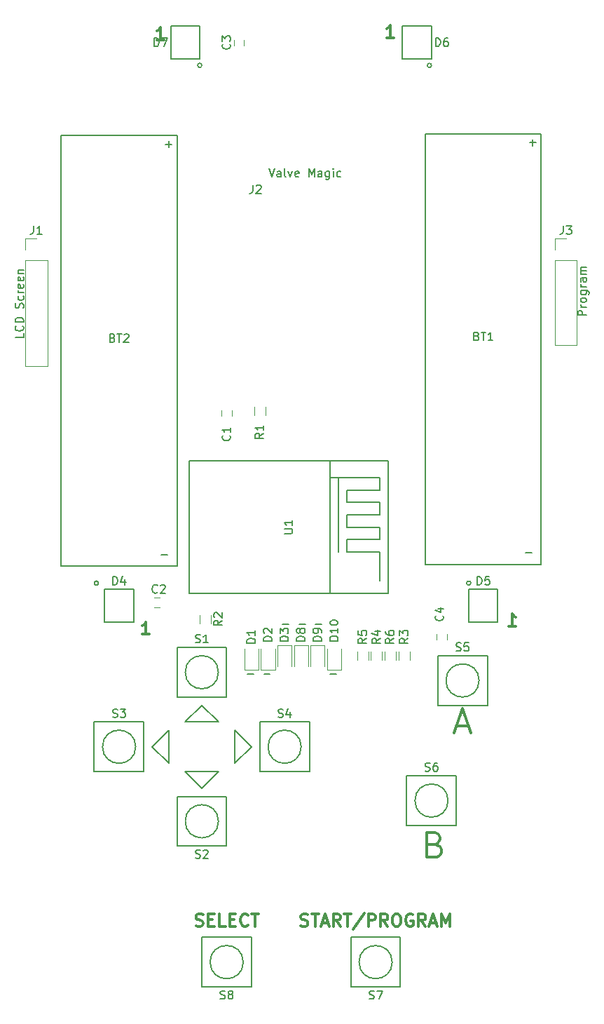
<source format=gto>
G04 #@! TF.GenerationSoftware,KiCad,Pcbnew,(2017-07-14 revision d3b382c28)-master*
G04 #@! TF.CreationDate,2017-07-21T01:22:26-04:00*
G04 #@! TF.ProjectId,MAGLabs-2017-Swadges,4D41474C6162732D323031372D537761,rev?*
G04 #@! TF.SameCoordinates,Original
G04 #@! TF.FileFunction,Legend,Top*
G04 #@! TF.FilePolarity,Positive*
%FSLAX46Y46*%
G04 Gerber Fmt 4.6, Leading zero omitted, Abs format (unit mm)*
G04 Created by KiCad (PCBNEW (2017-07-14 revision d3b382c28)-master) date Fri Jul 21 01:22:26 2017*
%MOMM*%
%LPD*%
G01*
G04 APERTURE LIST*
%ADD10C,0.200000*%
%ADD11C,0.300000*%
%ADD12C,0.150000*%
%ADD13C,0.120000*%
G04 APERTURE END LIST*
D10*
X170452380Y-70904761D02*
X169452380Y-70904761D01*
X169452380Y-70523809D01*
X169500000Y-70428571D01*
X169547619Y-70380952D01*
X169642857Y-70333333D01*
X169785714Y-70333333D01*
X169880952Y-70380952D01*
X169928571Y-70428571D01*
X169976190Y-70523809D01*
X169976190Y-70904761D01*
X170452380Y-69904761D02*
X169785714Y-69904761D01*
X169976190Y-69904761D02*
X169880952Y-69857142D01*
X169833333Y-69809523D01*
X169785714Y-69714285D01*
X169785714Y-69619047D01*
X170452380Y-69142857D02*
X170404761Y-69238095D01*
X170357142Y-69285714D01*
X170261904Y-69333333D01*
X169976190Y-69333333D01*
X169880952Y-69285714D01*
X169833333Y-69238095D01*
X169785714Y-69142857D01*
X169785714Y-69000000D01*
X169833333Y-68904761D01*
X169880952Y-68857142D01*
X169976190Y-68809523D01*
X170261904Y-68809523D01*
X170357142Y-68857142D01*
X170404761Y-68904761D01*
X170452380Y-69000000D01*
X170452380Y-69142857D01*
X169785714Y-67952380D02*
X170595238Y-67952380D01*
X170690476Y-68000000D01*
X170738095Y-68047619D01*
X170785714Y-68142857D01*
X170785714Y-68285714D01*
X170738095Y-68380952D01*
X170404761Y-67952380D02*
X170452380Y-68047619D01*
X170452380Y-68238095D01*
X170404761Y-68333333D01*
X170357142Y-68380952D01*
X170261904Y-68428571D01*
X169976190Y-68428571D01*
X169880952Y-68380952D01*
X169833333Y-68333333D01*
X169785714Y-68238095D01*
X169785714Y-68047619D01*
X169833333Y-67952380D01*
X170452380Y-67476190D02*
X169785714Y-67476190D01*
X169976190Y-67476190D02*
X169880952Y-67428571D01*
X169833333Y-67380952D01*
X169785714Y-67285714D01*
X169785714Y-67190476D01*
X170452380Y-66428571D02*
X169928571Y-66428571D01*
X169833333Y-66476190D01*
X169785714Y-66571428D01*
X169785714Y-66761904D01*
X169833333Y-66857142D01*
X170404761Y-66428571D02*
X170452380Y-66523809D01*
X170452380Y-66761904D01*
X170404761Y-66857142D01*
X170309523Y-66904761D01*
X170214285Y-66904761D01*
X170119047Y-66857142D01*
X170071428Y-66761904D01*
X170071428Y-66523809D01*
X170023809Y-66428571D01*
X170452380Y-65952380D02*
X169785714Y-65952380D01*
X169880952Y-65952380D02*
X169833333Y-65904761D01*
X169785714Y-65809523D01*
X169785714Y-65666666D01*
X169833333Y-65571428D01*
X169928571Y-65523809D01*
X170452380Y-65523809D01*
X169928571Y-65523809D02*
X169833333Y-65476190D01*
X169785714Y-65380952D01*
X169785714Y-65238095D01*
X169833333Y-65142857D01*
X169928571Y-65095238D01*
X170452380Y-65095238D01*
X102452380Y-73095238D02*
X102452380Y-73571428D01*
X101452380Y-73571428D01*
X102357142Y-72190476D02*
X102404761Y-72238095D01*
X102452380Y-72380952D01*
X102452380Y-72476190D01*
X102404761Y-72619047D01*
X102309523Y-72714285D01*
X102214285Y-72761904D01*
X102023809Y-72809523D01*
X101880952Y-72809523D01*
X101690476Y-72761904D01*
X101595238Y-72714285D01*
X101500000Y-72619047D01*
X101452380Y-72476190D01*
X101452380Y-72380952D01*
X101500000Y-72238095D01*
X101547619Y-72190476D01*
X102452380Y-71761904D02*
X101452380Y-71761904D01*
X101452380Y-71523809D01*
X101500000Y-71380952D01*
X101595238Y-71285714D01*
X101690476Y-71238095D01*
X101880952Y-71190476D01*
X102023809Y-71190476D01*
X102214285Y-71238095D01*
X102309523Y-71285714D01*
X102404761Y-71380952D01*
X102452380Y-71523809D01*
X102452380Y-71761904D01*
X102404761Y-70047619D02*
X102452380Y-69904761D01*
X102452380Y-69666666D01*
X102404761Y-69571428D01*
X102357142Y-69523809D01*
X102261904Y-69476190D01*
X102166666Y-69476190D01*
X102071428Y-69523809D01*
X102023809Y-69571428D01*
X101976190Y-69666666D01*
X101928571Y-69857142D01*
X101880952Y-69952380D01*
X101833333Y-70000000D01*
X101738095Y-70047619D01*
X101642857Y-70047619D01*
X101547619Y-70000000D01*
X101500000Y-69952380D01*
X101452380Y-69857142D01*
X101452380Y-69619047D01*
X101500000Y-69476190D01*
X102404761Y-68619047D02*
X102452380Y-68714285D01*
X102452380Y-68904761D01*
X102404761Y-69000000D01*
X102357142Y-69047619D01*
X102261904Y-69095238D01*
X101976190Y-69095238D01*
X101880952Y-69047619D01*
X101833333Y-69000000D01*
X101785714Y-68904761D01*
X101785714Y-68714285D01*
X101833333Y-68619047D01*
X102452380Y-68190476D02*
X101785714Y-68190476D01*
X101976190Y-68190476D02*
X101880952Y-68142857D01*
X101833333Y-68095238D01*
X101785714Y-68000000D01*
X101785714Y-67904761D01*
X102404761Y-67190476D02*
X102452380Y-67285714D01*
X102452380Y-67476190D01*
X102404761Y-67571428D01*
X102309523Y-67619047D01*
X101928571Y-67619047D01*
X101833333Y-67571428D01*
X101785714Y-67476190D01*
X101785714Y-67285714D01*
X101833333Y-67190476D01*
X101928571Y-67142857D01*
X102023809Y-67142857D01*
X102119047Y-67619047D01*
X102404761Y-66333333D02*
X102452380Y-66428571D01*
X102452380Y-66619047D01*
X102404761Y-66714285D01*
X102309523Y-66761904D01*
X101928571Y-66761904D01*
X101833333Y-66714285D01*
X101785714Y-66619047D01*
X101785714Y-66428571D01*
X101833333Y-66333333D01*
X101928571Y-66285714D01*
X102023809Y-66285714D01*
X102119047Y-66761904D01*
X101785714Y-65857142D02*
X102452380Y-65857142D01*
X101880952Y-65857142D02*
X101833333Y-65809523D01*
X101785714Y-65714285D01*
X101785714Y-65571428D01*
X101833333Y-65476190D01*
X101928571Y-65428571D01*
X102452380Y-65428571D01*
D11*
X154785714Y-120500000D02*
X156214285Y-120500000D01*
X154500000Y-121357142D02*
X155500000Y-118357142D01*
X156500000Y-121357142D01*
X152214285Y-134785714D02*
X152642857Y-134928571D01*
X152785714Y-135071428D01*
X152928571Y-135357142D01*
X152928571Y-135785714D01*
X152785714Y-136071428D01*
X152642857Y-136214285D01*
X152357142Y-136357142D01*
X151214285Y-136357142D01*
X151214285Y-133357142D01*
X152214285Y-133357142D01*
X152500000Y-133500000D01*
X152642857Y-133642857D01*
X152785714Y-133928571D01*
X152785714Y-134214285D01*
X152642857Y-134500000D01*
X152500000Y-134642857D01*
X152214285Y-134785714D01*
X151214285Y-134785714D01*
X135964285Y-144607142D02*
X136178571Y-144678571D01*
X136535714Y-144678571D01*
X136678571Y-144607142D01*
X136750000Y-144535714D01*
X136821428Y-144392857D01*
X136821428Y-144250000D01*
X136750000Y-144107142D01*
X136678571Y-144035714D01*
X136535714Y-143964285D01*
X136250000Y-143892857D01*
X136107142Y-143821428D01*
X136035714Y-143750000D01*
X135964285Y-143607142D01*
X135964285Y-143464285D01*
X136035714Y-143321428D01*
X136107142Y-143250000D01*
X136250000Y-143178571D01*
X136607142Y-143178571D01*
X136821428Y-143250000D01*
X137250000Y-143178571D02*
X138107142Y-143178571D01*
X137678571Y-144678571D02*
X137678571Y-143178571D01*
X138535714Y-144250000D02*
X139250000Y-144250000D01*
X138392857Y-144678571D02*
X138892857Y-143178571D01*
X139392857Y-144678571D01*
X140750000Y-144678571D02*
X140250000Y-143964285D01*
X139892857Y-144678571D02*
X139892857Y-143178571D01*
X140464285Y-143178571D01*
X140607142Y-143250000D01*
X140678571Y-143321428D01*
X140750000Y-143464285D01*
X140750000Y-143678571D01*
X140678571Y-143821428D01*
X140607142Y-143892857D01*
X140464285Y-143964285D01*
X139892857Y-143964285D01*
X141178571Y-143178571D02*
X142035714Y-143178571D01*
X141607142Y-144678571D02*
X141607142Y-143178571D01*
X143607142Y-143107142D02*
X142321428Y-145035714D01*
X144107142Y-144678571D02*
X144107142Y-143178571D01*
X144678571Y-143178571D01*
X144821428Y-143250000D01*
X144892857Y-143321428D01*
X144964285Y-143464285D01*
X144964285Y-143678571D01*
X144892857Y-143821428D01*
X144821428Y-143892857D01*
X144678571Y-143964285D01*
X144107142Y-143964285D01*
X146464285Y-144678571D02*
X145964285Y-143964285D01*
X145607142Y-144678571D02*
X145607142Y-143178571D01*
X146178571Y-143178571D01*
X146321428Y-143250000D01*
X146392857Y-143321428D01*
X146464285Y-143464285D01*
X146464285Y-143678571D01*
X146392857Y-143821428D01*
X146321428Y-143892857D01*
X146178571Y-143964285D01*
X145607142Y-143964285D01*
X147392857Y-143178571D02*
X147678571Y-143178571D01*
X147821428Y-143250000D01*
X147964285Y-143392857D01*
X148035714Y-143678571D01*
X148035714Y-144178571D01*
X147964285Y-144464285D01*
X147821428Y-144607142D01*
X147678571Y-144678571D01*
X147392857Y-144678571D01*
X147250000Y-144607142D01*
X147107142Y-144464285D01*
X147035714Y-144178571D01*
X147035714Y-143678571D01*
X147107142Y-143392857D01*
X147250000Y-143250000D01*
X147392857Y-143178571D01*
X149464285Y-143250000D02*
X149321428Y-143178571D01*
X149107142Y-143178571D01*
X148892857Y-143250000D01*
X148750000Y-143392857D01*
X148678571Y-143535714D01*
X148607142Y-143821428D01*
X148607142Y-144035714D01*
X148678571Y-144321428D01*
X148750000Y-144464285D01*
X148892857Y-144607142D01*
X149107142Y-144678571D01*
X149250000Y-144678571D01*
X149464285Y-144607142D01*
X149535714Y-144535714D01*
X149535714Y-144035714D01*
X149250000Y-144035714D01*
X151035714Y-144678571D02*
X150535714Y-143964285D01*
X150178571Y-144678571D02*
X150178571Y-143178571D01*
X150750000Y-143178571D01*
X150892857Y-143250000D01*
X150964285Y-143321428D01*
X151035714Y-143464285D01*
X151035714Y-143678571D01*
X150964285Y-143821428D01*
X150892857Y-143892857D01*
X150750000Y-143964285D01*
X150178571Y-143964285D01*
X151607142Y-144250000D02*
X152321428Y-144250000D01*
X151464285Y-144678571D02*
X151964285Y-143178571D01*
X152464285Y-144678571D01*
X152964285Y-144678571D02*
X152964285Y-143178571D01*
X153464285Y-144250000D01*
X153964285Y-143178571D01*
X153964285Y-144678571D01*
X123285714Y-144607142D02*
X123500000Y-144678571D01*
X123857142Y-144678571D01*
X124000000Y-144607142D01*
X124071428Y-144535714D01*
X124142857Y-144392857D01*
X124142857Y-144250000D01*
X124071428Y-144107142D01*
X124000000Y-144035714D01*
X123857142Y-143964285D01*
X123571428Y-143892857D01*
X123428571Y-143821428D01*
X123357142Y-143750000D01*
X123285714Y-143607142D01*
X123285714Y-143464285D01*
X123357142Y-143321428D01*
X123428571Y-143250000D01*
X123571428Y-143178571D01*
X123928571Y-143178571D01*
X124142857Y-143250000D01*
X124785714Y-143892857D02*
X125285714Y-143892857D01*
X125500000Y-144678571D02*
X124785714Y-144678571D01*
X124785714Y-143178571D01*
X125500000Y-143178571D01*
X126857142Y-144678571D02*
X126142857Y-144678571D01*
X126142857Y-143178571D01*
X127357142Y-143892857D02*
X127857142Y-143892857D01*
X128071428Y-144678571D02*
X127357142Y-144678571D01*
X127357142Y-143178571D01*
X128071428Y-143178571D01*
X129571428Y-144535714D02*
X129500000Y-144607142D01*
X129285714Y-144678571D01*
X129142857Y-144678571D01*
X128928571Y-144607142D01*
X128785714Y-144464285D01*
X128714285Y-144321428D01*
X128642857Y-144035714D01*
X128642857Y-143821428D01*
X128714285Y-143535714D01*
X128785714Y-143392857D01*
X128928571Y-143250000D01*
X129142857Y-143178571D01*
X129285714Y-143178571D01*
X129500000Y-143250000D01*
X129571428Y-143321428D01*
X130000000Y-143178571D02*
X130857142Y-143178571D01*
X130428571Y-144678571D02*
X130428571Y-143178571D01*
D10*
X120000000Y-125000000D02*
X118000000Y-123000000D01*
X120000000Y-124000000D02*
X120000000Y-125000000D01*
X120000000Y-121000000D02*
X120000000Y-124000000D01*
X118000000Y-123000000D02*
X120000000Y-121000000D01*
X126000000Y-126000000D02*
X124000000Y-128000000D01*
X122000000Y-126000000D02*
X126000000Y-126000000D01*
X124000000Y-128000000D02*
X122000000Y-126000000D01*
X128000000Y-125000000D02*
X130000000Y-123000000D01*
X128000000Y-121000000D02*
X128000000Y-125000000D01*
X130000000Y-123000000D02*
X128000000Y-121000000D01*
X126000000Y-120000000D02*
X124000000Y-118000000D01*
X122000000Y-120000000D02*
X126000000Y-120000000D01*
X124000000Y-118000000D02*
X122000000Y-120000000D01*
D11*
X147178571Y-37428571D02*
X146321428Y-37428571D01*
X146750000Y-37428571D02*
X146750000Y-35928571D01*
X146607142Y-36142857D01*
X146464285Y-36285714D01*
X146321428Y-36357142D01*
X119428571Y-37678571D02*
X118571428Y-37678571D01*
X119000000Y-37678571D02*
X119000000Y-36178571D01*
X118857142Y-36392857D01*
X118714285Y-36535714D01*
X118571428Y-36607142D01*
X117678571Y-109428571D02*
X116821428Y-109428571D01*
X117250000Y-109428571D02*
X117250000Y-107928571D01*
X117107142Y-108142857D01*
X116964285Y-108285714D01*
X116821428Y-108357142D01*
X161071428Y-108428571D02*
X161928571Y-108428571D01*
X161500000Y-108428571D02*
X161500000Y-106928571D01*
X161642857Y-107142857D01*
X161785714Y-107285714D01*
X161928571Y-107357142D01*
D10*
X139500000Y-114250000D02*
X140250000Y-114250000D01*
X137750000Y-108250000D02*
X138500000Y-108250000D01*
X135750000Y-108250000D02*
X136500000Y-108250000D01*
X133750000Y-108250000D02*
X134500000Y-108250000D01*
X131500000Y-114250000D02*
X132250000Y-114250000D01*
X129500000Y-114250000D02*
X130250000Y-114250000D01*
X151750000Y-40750000D02*
G75*
G03X151750000Y-40750000I-250000J0D01*
G01*
X124000000Y-40750000D02*
G75*
G03X124000000Y-40750000I-250000J0D01*
G01*
X156500000Y-103250000D02*
G75*
G03X156500000Y-103250000I-250000J0D01*
G01*
X111500000Y-103250000D02*
G75*
G03X111500000Y-103250000I-250000J0D01*
G01*
D12*
X115750000Y-108000000D02*
X112250000Y-108000000D01*
X112250000Y-108000000D02*
X112250000Y-104000000D01*
X112250000Y-104000000D02*
X115750000Y-104000000D01*
X115750000Y-104000000D02*
X115750000Y-108000000D01*
X146500000Y-104500000D02*
X146500000Y-88500000D01*
X122500000Y-104500000D02*
X146500000Y-104500000D01*
X122500000Y-88500000D02*
X122500000Y-104500000D01*
X146500000Y-88500000D02*
X122500000Y-88500000D01*
X139500000Y-88500000D02*
X139500000Y-104500000D01*
X139500000Y-90500000D02*
X145500000Y-90500000D01*
X141500000Y-99500000D02*
X145500000Y-99500000D01*
X141500000Y-98000000D02*
X141500000Y-99500000D01*
X145500000Y-98000000D02*
X141500000Y-98000000D01*
X145500000Y-96500000D02*
X145500000Y-98000000D01*
X141500000Y-96500000D02*
X145500000Y-96500000D01*
X141500000Y-95000000D02*
X141500000Y-96500000D01*
X145500000Y-95000000D02*
X141500000Y-95000000D01*
X145500000Y-93500000D02*
X145500000Y-95000000D01*
X141500000Y-93500000D02*
X145500000Y-93500000D01*
X141500000Y-92000000D02*
X141500000Y-93500000D01*
X145500000Y-92000000D02*
X141500000Y-92000000D01*
X145500000Y-90500000D02*
X145500000Y-92000000D01*
X140500000Y-90500000D02*
X140500000Y-99500000D01*
X145500000Y-99500000D02*
X145500000Y-103000000D01*
D13*
X102670000Y-61670000D02*
X104000000Y-61670000D01*
X102670000Y-63000000D02*
X102670000Y-61670000D01*
X102670000Y-64270000D02*
X105330000Y-64270000D01*
X105330000Y-64270000D02*
X105330000Y-77030000D01*
X102670000Y-64270000D02*
X102670000Y-77030000D01*
X102670000Y-77030000D02*
X105330000Y-77030000D01*
D12*
X153750000Y-129500000D02*
G75*
G03X153750000Y-129500000I-2000000J0D01*
G01*
X148750000Y-132500000D02*
X148750000Y-126500000D01*
X148750000Y-126500000D02*
X154750000Y-126500000D01*
X154750000Y-126500000D02*
X154750000Y-132500000D01*
X154750000Y-132500000D02*
X148750000Y-132500000D01*
X157500000Y-115000000D02*
G75*
G03X157500000Y-115000000I-2000000J0D01*
G01*
X152500000Y-118000000D02*
X152500000Y-112000000D01*
X152500000Y-112000000D02*
X158500000Y-112000000D01*
X158500000Y-112000000D02*
X158500000Y-118000000D01*
X158500000Y-118000000D02*
X152500000Y-118000000D01*
X147000000Y-149000000D02*
G75*
G03X147000000Y-149000000I-2000000J0D01*
G01*
X142000000Y-152000000D02*
X142000000Y-146000000D01*
X142000000Y-146000000D02*
X148000000Y-146000000D01*
X148000000Y-146000000D02*
X148000000Y-152000000D01*
X148000000Y-152000000D02*
X142000000Y-152000000D01*
X129000000Y-149000000D02*
G75*
G03X129000000Y-149000000I-2000000J0D01*
G01*
X124000000Y-152000000D02*
X124000000Y-146000000D01*
X124000000Y-146000000D02*
X130000000Y-146000000D01*
X130000000Y-146000000D02*
X130000000Y-152000000D01*
X130000000Y-152000000D02*
X124000000Y-152000000D01*
X136000000Y-123000000D02*
G75*
G03X136000000Y-123000000I-2000000J0D01*
G01*
X131000000Y-126000000D02*
X131000000Y-120000000D01*
X131000000Y-120000000D02*
X137000000Y-120000000D01*
X137000000Y-120000000D02*
X137000000Y-126000000D01*
X137000000Y-126000000D02*
X131000000Y-126000000D01*
X126000000Y-132000000D02*
G75*
G03X126000000Y-132000000I-2000000J0D01*
G01*
X121000000Y-135000000D02*
X121000000Y-129000000D01*
X121000000Y-129000000D02*
X127000000Y-129000000D01*
X127000000Y-129000000D02*
X127000000Y-135000000D01*
X127000000Y-135000000D02*
X121000000Y-135000000D01*
X116000000Y-123000000D02*
G75*
G03X116000000Y-123000000I-2000000J0D01*
G01*
X111000000Y-126000000D02*
X111000000Y-120000000D01*
X111000000Y-120000000D02*
X117000000Y-120000000D01*
X117000000Y-120000000D02*
X117000000Y-126000000D01*
X117000000Y-126000000D02*
X111000000Y-126000000D01*
X126000000Y-114000000D02*
G75*
G03X126000000Y-114000000I-2000000J0D01*
G01*
X121000000Y-117000000D02*
X121000000Y-111000000D01*
X121000000Y-111000000D02*
X127000000Y-111000000D01*
X127000000Y-111000000D02*
X127000000Y-117000000D01*
X127000000Y-117000000D02*
X121000000Y-117000000D01*
D13*
X146070000Y-112500000D02*
X146070000Y-111500000D01*
X147430000Y-111500000D02*
X147430000Y-112500000D01*
X145780000Y-111500000D02*
X145780000Y-112500000D01*
X144420000Y-112500000D02*
X144420000Y-111500000D01*
X144130000Y-111500000D02*
X144130000Y-112500000D01*
X142770000Y-112500000D02*
X142770000Y-111500000D01*
D12*
X151000000Y-101000000D02*
X151000000Y-49000000D01*
X165000000Y-101000000D02*
X151000000Y-101000000D01*
X165000000Y-49000000D02*
X165000000Y-101000000D01*
X151000000Y-49000000D02*
X165000000Y-49000000D01*
X107000000Y-49225000D02*
X121000000Y-49225000D01*
X121000000Y-49225000D02*
X121000000Y-101225000D01*
X121000000Y-101225000D02*
X107000000Y-101225000D01*
X107000000Y-101225000D02*
X107000000Y-49225000D01*
D13*
X126400000Y-83100000D02*
X126400000Y-82400000D01*
X127600000Y-82400000D02*
X127600000Y-83100000D01*
X118950000Y-106200000D02*
X118250000Y-106200000D01*
X118250000Y-105000000D02*
X118950000Y-105000000D01*
X129100000Y-37650000D02*
X129100000Y-38350000D01*
X127900000Y-38350000D02*
X127900000Y-37650000D01*
X153600000Y-109400000D02*
X153600000Y-110100000D01*
X152400000Y-110100000D02*
X152400000Y-109400000D01*
X129150000Y-113750000D02*
X130850000Y-113750000D01*
X130850000Y-113750000D02*
X130850000Y-111200000D01*
X129150000Y-113750000D02*
X129150000Y-111200000D01*
X131150000Y-113750000D02*
X132850000Y-113750000D01*
X132850000Y-113750000D02*
X132850000Y-111200000D01*
X131150000Y-113750000D02*
X131150000Y-111200000D01*
X134850000Y-110750000D02*
X134850000Y-113300000D01*
X133150000Y-110750000D02*
X133150000Y-113300000D01*
X134850000Y-110750000D02*
X133150000Y-110750000D01*
D12*
X159750000Y-104000000D02*
X159750000Y-108000000D01*
X156250000Y-104000000D02*
X159750000Y-104000000D01*
X156250000Y-108000000D02*
X156250000Y-104000000D01*
X159750000Y-108000000D02*
X156250000Y-108000000D01*
X148250000Y-36000000D02*
X151750000Y-36000000D01*
X151750000Y-36000000D02*
X151750000Y-40000000D01*
X151750000Y-40000000D02*
X148250000Y-40000000D01*
X148250000Y-40000000D02*
X148250000Y-36000000D01*
X120250000Y-40000000D02*
X120250000Y-36000000D01*
X123750000Y-40000000D02*
X120250000Y-40000000D01*
X123750000Y-36000000D02*
X123750000Y-40000000D01*
X120250000Y-36000000D02*
X123750000Y-36000000D01*
D13*
X136850000Y-110750000D02*
X136850000Y-113300000D01*
X135150000Y-110750000D02*
X135150000Y-113300000D01*
X136850000Y-110750000D02*
X135150000Y-110750000D01*
X138850000Y-110750000D02*
X137150000Y-110750000D01*
X137150000Y-110750000D02*
X137150000Y-113300000D01*
X138850000Y-110750000D02*
X138850000Y-113300000D01*
X139150000Y-113750000D02*
X139150000Y-111200000D01*
X140850000Y-113750000D02*
X140850000Y-111200000D01*
X139150000Y-113750000D02*
X140850000Y-113750000D01*
X166670000Y-61670000D02*
X168000000Y-61670000D01*
X166670000Y-63000000D02*
X166670000Y-61670000D01*
X166670000Y-64270000D02*
X169330000Y-64270000D01*
X169330000Y-64270000D02*
X169330000Y-74490000D01*
X166670000Y-64270000D02*
X166670000Y-74490000D01*
X166670000Y-74490000D02*
X169330000Y-74490000D01*
X131680000Y-82000000D02*
X131680000Y-83000000D01*
X130320000Y-83000000D02*
X130320000Y-82000000D01*
X125080000Y-107100000D02*
X125080000Y-108100000D01*
X123720000Y-108100000D02*
X123720000Y-107100000D01*
X147770000Y-112500000D02*
X147770000Y-111500000D01*
X149130000Y-111500000D02*
X149130000Y-112500000D01*
D12*
X113261904Y-103452380D02*
X113261904Y-102452380D01*
X113500000Y-102452380D01*
X113642857Y-102500000D01*
X113738095Y-102595238D01*
X113785714Y-102690476D01*
X113833333Y-102880952D01*
X113833333Y-103023809D01*
X113785714Y-103214285D01*
X113738095Y-103309523D01*
X113642857Y-103404761D01*
X113500000Y-103452380D01*
X113261904Y-103452380D01*
X114690476Y-102785714D02*
X114690476Y-103452380D01*
X114452380Y-102404761D02*
X114214285Y-103119047D01*
X114833333Y-103119047D01*
X133952380Y-97261904D02*
X134761904Y-97261904D01*
X134857142Y-97214285D01*
X134904761Y-97166666D01*
X134952380Y-97071428D01*
X134952380Y-96880952D01*
X134904761Y-96785714D01*
X134857142Y-96738095D01*
X134761904Y-96690476D01*
X133952380Y-96690476D01*
X134952380Y-95690476D02*
X134952380Y-96261904D01*
X134952380Y-95976190D02*
X133952380Y-95976190D01*
X134095238Y-96071428D01*
X134190476Y-96166666D01*
X134238095Y-96261904D01*
X103666666Y-60122380D02*
X103666666Y-60836666D01*
X103619047Y-60979523D01*
X103523809Y-61074761D01*
X103380952Y-61122380D01*
X103285714Y-61122380D01*
X104666666Y-61122380D02*
X104095238Y-61122380D01*
X104380952Y-61122380D02*
X104380952Y-60122380D01*
X104285714Y-60265238D01*
X104190476Y-60360476D01*
X104095238Y-60408095D01*
X150988095Y-125904761D02*
X151130952Y-125952380D01*
X151369047Y-125952380D01*
X151464285Y-125904761D01*
X151511904Y-125857142D01*
X151559523Y-125761904D01*
X151559523Y-125666666D01*
X151511904Y-125571428D01*
X151464285Y-125523809D01*
X151369047Y-125476190D01*
X151178571Y-125428571D01*
X151083333Y-125380952D01*
X151035714Y-125333333D01*
X150988095Y-125238095D01*
X150988095Y-125142857D01*
X151035714Y-125047619D01*
X151083333Y-125000000D01*
X151178571Y-124952380D01*
X151416666Y-124952380D01*
X151559523Y-125000000D01*
X152416666Y-124952380D02*
X152226190Y-124952380D01*
X152130952Y-125000000D01*
X152083333Y-125047619D01*
X151988095Y-125190476D01*
X151940476Y-125380952D01*
X151940476Y-125761904D01*
X151988095Y-125857142D01*
X152035714Y-125904761D01*
X152130952Y-125952380D01*
X152321428Y-125952380D01*
X152416666Y-125904761D01*
X152464285Y-125857142D01*
X152511904Y-125761904D01*
X152511904Y-125523809D01*
X152464285Y-125428571D01*
X152416666Y-125380952D01*
X152321428Y-125333333D01*
X152130952Y-125333333D01*
X152035714Y-125380952D01*
X151988095Y-125428571D01*
X151940476Y-125523809D01*
X154738095Y-111404761D02*
X154880952Y-111452380D01*
X155119047Y-111452380D01*
X155214285Y-111404761D01*
X155261904Y-111357142D01*
X155309523Y-111261904D01*
X155309523Y-111166666D01*
X155261904Y-111071428D01*
X155214285Y-111023809D01*
X155119047Y-110976190D01*
X154928571Y-110928571D01*
X154833333Y-110880952D01*
X154785714Y-110833333D01*
X154738095Y-110738095D01*
X154738095Y-110642857D01*
X154785714Y-110547619D01*
X154833333Y-110500000D01*
X154928571Y-110452380D01*
X155166666Y-110452380D01*
X155309523Y-110500000D01*
X156214285Y-110452380D02*
X155738095Y-110452380D01*
X155690476Y-110928571D01*
X155738095Y-110880952D01*
X155833333Y-110833333D01*
X156071428Y-110833333D01*
X156166666Y-110880952D01*
X156214285Y-110928571D01*
X156261904Y-111023809D01*
X156261904Y-111261904D01*
X156214285Y-111357142D01*
X156166666Y-111404761D01*
X156071428Y-111452380D01*
X155833333Y-111452380D01*
X155738095Y-111404761D01*
X155690476Y-111357142D01*
X144238095Y-153404761D02*
X144380952Y-153452380D01*
X144619047Y-153452380D01*
X144714285Y-153404761D01*
X144761904Y-153357142D01*
X144809523Y-153261904D01*
X144809523Y-153166666D01*
X144761904Y-153071428D01*
X144714285Y-153023809D01*
X144619047Y-152976190D01*
X144428571Y-152928571D01*
X144333333Y-152880952D01*
X144285714Y-152833333D01*
X144238095Y-152738095D01*
X144238095Y-152642857D01*
X144285714Y-152547619D01*
X144333333Y-152500000D01*
X144428571Y-152452380D01*
X144666666Y-152452380D01*
X144809523Y-152500000D01*
X145142857Y-152452380D02*
X145809523Y-152452380D01*
X145380952Y-153452380D01*
X126238095Y-153404761D02*
X126380952Y-153452380D01*
X126619047Y-153452380D01*
X126714285Y-153404761D01*
X126761904Y-153357142D01*
X126809523Y-153261904D01*
X126809523Y-153166666D01*
X126761904Y-153071428D01*
X126714285Y-153023809D01*
X126619047Y-152976190D01*
X126428571Y-152928571D01*
X126333333Y-152880952D01*
X126285714Y-152833333D01*
X126238095Y-152738095D01*
X126238095Y-152642857D01*
X126285714Y-152547619D01*
X126333333Y-152500000D01*
X126428571Y-152452380D01*
X126666666Y-152452380D01*
X126809523Y-152500000D01*
X127380952Y-152880952D02*
X127285714Y-152833333D01*
X127238095Y-152785714D01*
X127190476Y-152690476D01*
X127190476Y-152642857D01*
X127238095Y-152547619D01*
X127285714Y-152500000D01*
X127380952Y-152452380D01*
X127571428Y-152452380D01*
X127666666Y-152500000D01*
X127714285Y-152547619D01*
X127761904Y-152642857D01*
X127761904Y-152690476D01*
X127714285Y-152785714D01*
X127666666Y-152833333D01*
X127571428Y-152880952D01*
X127380952Y-152880952D01*
X127285714Y-152928571D01*
X127238095Y-152976190D01*
X127190476Y-153071428D01*
X127190476Y-153261904D01*
X127238095Y-153357142D01*
X127285714Y-153404761D01*
X127380952Y-153452380D01*
X127571428Y-153452380D01*
X127666666Y-153404761D01*
X127714285Y-153357142D01*
X127761904Y-153261904D01*
X127761904Y-153071428D01*
X127714285Y-152976190D01*
X127666666Y-152928571D01*
X127571428Y-152880952D01*
X133238095Y-119404761D02*
X133380952Y-119452380D01*
X133619047Y-119452380D01*
X133714285Y-119404761D01*
X133761904Y-119357142D01*
X133809523Y-119261904D01*
X133809523Y-119166666D01*
X133761904Y-119071428D01*
X133714285Y-119023809D01*
X133619047Y-118976190D01*
X133428571Y-118928571D01*
X133333333Y-118880952D01*
X133285714Y-118833333D01*
X133238095Y-118738095D01*
X133238095Y-118642857D01*
X133285714Y-118547619D01*
X133333333Y-118500000D01*
X133428571Y-118452380D01*
X133666666Y-118452380D01*
X133809523Y-118500000D01*
X134666666Y-118785714D02*
X134666666Y-119452380D01*
X134428571Y-118404761D02*
X134190476Y-119119047D01*
X134809523Y-119119047D01*
X123238095Y-136404761D02*
X123380952Y-136452380D01*
X123619047Y-136452380D01*
X123714285Y-136404761D01*
X123761904Y-136357142D01*
X123809523Y-136261904D01*
X123809523Y-136166666D01*
X123761904Y-136071428D01*
X123714285Y-136023809D01*
X123619047Y-135976190D01*
X123428571Y-135928571D01*
X123333333Y-135880952D01*
X123285714Y-135833333D01*
X123238095Y-135738095D01*
X123238095Y-135642857D01*
X123285714Y-135547619D01*
X123333333Y-135500000D01*
X123428571Y-135452380D01*
X123666666Y-135452380D01*
X123809523Y-135500000D01*
X124190476Y-135547619D02*
X124238095Y-135500000D01*
X124333333Y-135452380D01*
X124571428Y-135452380D01*
X124666666Y-135500000D01*
X124714285Y-135547619D01*
X124761904Y-135642857D01*
X124761904Y-135738095D01*
X124714285Y-135880952D01*
X124142857Y-136452380D01*
X124761904Y-136452380D01*
X113238095Y-119404761D02*
X113380952Y-119452380D01*
X113619047Y-119452380D01*
X113714285Y-119404761D01*
X113761904Y-119357142D01*
X113809523Y-119261904D01*
X113809523Y-119166666D01*
X113761904Y-119071428D01*
X113714285Y-119023809D01*
X113619047Y-118976190D01*
X113428571Y-118928571D01*
X113333333Y-118880952D01*
X113285714Y-118833333D01*
X113238095Y-118738095D01*
X113238095Y-118642857D01*
X113285714Y-118547619D01*
X113333333Y-118500000D01*
X113428571Y-118452380D01*
X113666666Y-118452380D01*
X113809523Y-118500000D01*
X114142857Y-118452380D02*
X114761904Y-118452380D01*
X114428571Y-118833333D01*
X114571428Y-118833333D01*
X114666666Y-118880952D01*
X114714285Y-118928571D01*
X114761904Y-119023809D01*
X114761904Y-119261904D01*
X114714285Y-119357142D01*
X114666666Y-119404761D01*
X114571428Y-119452380D01*
X114285714Y-119452380D01*
X114190476Y-119404761D01*
X114142857Y-119357142D01*
X123238095Y-110404761D02*
X123380952Y-110452380D01*
X123619047Y-110452380D01*
X123714285Y-110404761D01*
X123761904Y-110357142D01*
X123809523Y-110261904D01*
X123809523Y-110166666D01*
X123761904Y-110071428D01*
X123714285Y-110023809D01*
X123619047Y-109976190D01*
X123428571Y-109928571D01*
X123333333Y-109880952D01*
X123285714Y-109833333D01*
X123238095Y-109738095D01*
X123238095Y-109642857D01*
X123285714Y-109547619D01*
X123333333Y-109500000D01*
X123428571Y-109452380D01*
X123666666Y-109452380D01*
X123809523Y-109500000D01*
X124761904Y-110452380D02*
X124190476Y-110452380D01*
X124476190Y-110452380D02*
X124476190Y-109452380D01*
X124380952Y-109595238D01*
X124285714Y-109690476D01*
X124190476Y-109738095D01*
X147202380Y-109916666D02*
X146726190Y-110250000D01*
X147202380Y-110488095D02*
X146202380Y-110488095D01*
X146202380Y-110107142D01*
X146250000Y-110011904D01*
X146297619Y-109964285D01*
X146392857Y-109916666D01*
X146535714Y-109916666D01*
X146630952Y-109964285D01*
X146678571Y-110011904D01*
X146726190Y-110107142D01*
X146726190Y-110488095D01*
X146202380Y-109059523D02*
X146202380Y-109250000D01*
X146250000Y-109345238D01*
X146297619Y-109392857D01*
X146440476Y-109488095D01*
X146630952Y-109535714D01*
X147011904Y-109535714D01*
X147107142Y-109488095D01*
X147154761Y-109440476D01*
X147202380Y-109345238D01*
X147202380Y-109154761D01*
X147154761Y-109059523D01*
X147107142Y-109011904D01*
X147011904Y-108964285D01*
X146773809Y-108964285D01*
X146678571Y-109011904D01*
X146630952Y-109059523D01*
X146583333Y-109154761D01*
X146583333Y-109345238D01*
X146630952Y-109440476D01*
X146678571Y-109488095D01*
X146773809Y-109535714D01*
X145552380Y-109916666D02*
X145076190Y-110250000D01*
X145552380Y-110488095D02*
X144552380Y-110488095D01*
X144552380Y-110107142D01*
X144600000Y-110011904D01*
X144647619Y-109964285D01*
X144742857Y-109916666D01*
X144885714Y-109916666D01*
X144980952Y-109964285D01*
X145028571Y-110011904D01*
X145076190Y-110107142D01*
X145076190Y-110488095D01*
X144885714Y-109059523D02*
X145552380Y-109059523D01*
X144504761Y-109297619D02*
X145219047Y-109535714D01*
X145219047Y-108916666D01*
X143902380Y-109916666D02*
X143426190Y-110250000D01*
X143902380Y-110488095D02*
X142902380Y-110488095D01*
X142902380Y-110107142D01*
X142950000Y-110011904D01*
X142997619Y-109964285D01*
X143092857Y-109916666D01*
X143235714Y-109916666D01*
X143330952Y-109964285D01*
X143378571Y-110011904D01*
X143426190Y-110107142D01*
X143426190Y-110488095D01*
X142902380Y-109011904D02*
X142902380Y-109488095D01*
X143378571Y-109535714D01*
X143330952Y-109488095D01*
X143283333Y-109392857D01*
X143283333Y-109154761D01*
X143330952Y-109059523D01*
X143378571Y-109011904D01*
X143473809Y-108964285D01*
X143711904Y-108964285D01*
X143807142Y-109011904D01*
X143854761Y-109059523D01*
X143902380Y-109154761D01*
X143902380Y-109392857D01*
X143854761Y-109488095D01*
X143807142Y-109535714D01*
X157214285Y-73428571D02*
X157357142Y-73476190D01*
X157404761Y-73523809D01*
X157452380Y-73619047D01*
X157452380Y-73761904D01*
X157404761Y-73857142D01*
X157357142Y-73904761D01*
X157261904Y-73952380D01*
X156880952Y-73952380D01*
X156880952Y-72952380D01*
X157214285Y-72952380D01*
X157309523Y-73000000D01*
X157357142Y-73047619D01*
X157404761Y-73142857D01*
X157404761Y-73238095D01*
X157357142Y-73333333D01*
X157309523Y-73380952D01*
X157214285Y-73428571D01*
X156880952Y-73428571D01*
X157738095Y-72952380D02*
X158309523Y-72952380D01*
X158023809Y-73952380D02*
X158023809Y-72952380D01*
X159166666Y-73952380D02*
X158595238Y-73952380D01*
X158880952Y-73952380D02*
X158880952Y-72952380D01*
X158785714Y-73095238D01*
X158690476Y-73190476D01*
X158595238Y-73238095D01*
X163619047Y-50071428D02*
X164380952Y-50071428D01*
X164000000Y-50452380D02*
X164000000Y-49690476D01*
X163119047Y-99571428D02*
X163880952Y-99571428D01*
X130166666Y-55202380D02*
X130166666Y-55916666D01*
X130119047Y-56059523D01*
X130023809Y-56154761D01*
X129880952Y-56202380D01*
X129785714Y-56202380D01*
X130595238Y-55297619D02*
X130642857Y-55250000D01*
X130738095Y-55202380D01*
X130976190Y-55202380D01*
X131071428Y-55250000D01*
X131119047Y-55297619D01*
X131166666Y-55392857D01*
X131166666Y-55488095D01*
X131119047Y-55630952D01*
X130547619Y-56202380D01*
X131166666Y-56202380D01*
X132119047Y-53202380D02*
X132452380Y-54202380D01*
X132785714Y-53202380D01*
X133547619Y-54202380D02*
X133547619Y-53678571D01*
X133500000Y-53583333D01*
X133404761Y-53535714D01*
X133214285Y-53535714D01*
X133119047Y-53583333D01*
X133547619Y-54154761D02*
X133452380Y-54202380D01*
X133214285Y-54202380D01*
X133119047Y-54154761D01*
X133071428Y-54059523D01*
X133071428Y-53964285D01*
X133119047Y-53869047D01*
X133214285Y-53821428D01*
X133452380Y-53821428D01*
X133547619Y-53773809D01*
X134166666Y-54202380D02*
X134071428Y-54154761D01*
X134023809Y-54059523D01*
X134023809Y-53202380D01*
X134452380Y-53535714D02*
X134690476Y-54202380D01*
X134928571Y-53535714D01*
X135690476Y-54154761D02*
X135595238Y-54202380D01*
X135404761Y-54202380D01*
X135309523Y-54154761D01*
X135261904Y-54059523D01*
X135261904Y-53678571D01*
X135309523Y-53583333D01*
X135404761Y-53535714D01*
X135595238Y-53535714D01*
X135690476Y-53583333D01*
X135738095Y-53678571D01*
X135738095Y-53773809D01*
X135261904Y-53869047D01*
X136928571Y-54202380D02*
X136928571Y-53202380D01*
X137261904Y-53916666D01*
X137595238Y-53202380D01*
X137595238Y-54202380D01*
X138500000Y-54202380D02*
X138500000Y-53678571D01*
X138452380Y-53583333D01*
X138357142Y-53535714D01*
X138166666Y-53535714D01*
X138071428Y-53583333D01*
X138500000Y-54154761D02*
X138404761Y-54202380D01*
X138166666Y-54202380D01*
X138071428Y-54154761D01*
X138023809Y-54059523D01*
X138023809Y-53964285D01*
X138071428Y-53869047D01*
X138166666Y-53821428D01*
X138404761Y-53821428D01*
X138500000Y-53773809D01*
X139404761Y-53535714D02*
X139404761Y-54345238D01*
X139357142Y-54440476D01*
X139309523Y-54488095D01*
X139214285Y-54535714D01*
X139071428Y-54535714D01*
X138976190Y-54488095D01*
X139404761Y-54154761D02*
X139309523Y-54202380D01*
X139119047Y-54202380D01*
X139023809Y-54154761D01*
X138976190Y-54107142D01*
X138928571Y-54011904D01*
X138928571Y-53726190D01*
X138976190Y-53630952D01*
X139023809Y-53583333D01*
X139119047Y-53535714D01*
X139309523Y-53535714D01*
X139404761Y-53583333D01*
X139880952Y-54202380D02*
X139880952Y-53535714D01*
X139880952Y-53202380D02*
X139833333Y-53250000D01*
X139880952Y-53297619D01*
X139928571Y-53250000D01*
X139880952Y-53202380D01*
X139880952Y-53297619D01*
X140785714Y-54154761D02*
X140690476Y-54202380D01*
X140500000Y-54202380D01*
X140404761Y-54154761D01*
X140357142Y-54107142D01*
X140309523Y-54011904D01*
X140309523Y-53726190D01*
X140357142Y-53630952D01*
X140404761Y-53583333D01*
X140500000Y-53535714D01*
X140690476Y-53535714D01*
X140785714Y-53583333D01*
X113214285Y-73653571D02*
X113357142Y-73701190D01*
X113404761Y-73748809D01*
X113452380Y-73844047D01*
X113452380Y-73986904D01*
X113404761Y-74082142D01*
X113357142Y-74129761D01*
X113261904Y-74177380D01*
X112880952Y-74177380D01*
X112880952Y-73177380D01*
X113214285Y-73177380D01*
X113309523Y-73225000D01*
X113357142Y-73272619D01*
X113404761Y-73367857D01*
X113404761Y-73463095D01*
X113357142Y-73558333D01*
X113309523Y-73605952D01*
X113214285Y-73653571D01*
X112880952Y-73653571D01*
X113738095Y-73177380D02*
X114309523Y-73177380D01*
X114023809Y-74177380D02*
X114023809Y-73177380D01*
X114595238Y-73272619D02*
X114642857Y-73225000D01*
X114738095Y-73177380D01*
X114976190Y-73177380D01*
X115071428Y-73225000D01*
X115119047Y-73272619D01*
X115166666Y-73367857D01*
X115166666Y-73463095D01*
X115119047Y-73605952D01*
X114547619Y-74177380D01*
X115166666Y-74177380D01*
X119119047Y-99796428D02*
X119880952Y-99796428D01*
X119619047Y-50296428D02*
X120380952Y-50296428D01*
X120000000Y-50677380D02*
X120000000Y-49915476D01*
X127357142Y-85416666D02*
X127404761Y-85464285D01*
X127452380Y-85607142D01*
X127452380Y-85702380D01*
X127404761Y-85845238D01*
X127309523Y-85940476D01*
X127214285Y-85988095D01*
X127023809Y-86035714D01*
X126880952Y-86035714D01*
X126690476Y-85988095D01*
X126595238Y-85940476D01*
X126500000Y-85845238D01*
X126452380Y-85702380D01*
X126452380Y-85607142D01*
X126500000Y-85464285D01*
X126547619Y-85416666D01*
X127452380Y-84464285D02*
X127452380Y-85035714D01*
X127452380Y-84750000D02*
X126452380Y-84750000D01*
X126595238Y-84845238D01*
X126690476Y-84940476D01*
X126738095Y-85035714D01*
X118633333Y-104357142D02*
X118585714Y-104404761D01*
X118442857Y-104452380D01*
X118347619Y-104452380D01*
X118204761Y-104404761D01*
X118109523Y-104309523D01*
X118061904Y-104214285D01*
X118014285Y-104023809D01*
X118014285Y-103880952D01*
X118061904Y-103690476D01*
X118109523Y-103595238D01*
X118204761Y-103500000D01*
X118347619Y-103452380D01*
X118442857Y-103452380D01*
X118585714Y-103500000D01*
X118633333Y-103547619D01*
X119014285Y-103547619D02*
X119061904Y-103500000D01*
X119157142Y-103452380D01*
X119395238Y-103452380D01*
X119490476Y-103500000D01*
X119538095Y-103547619D01*
X119585714Y-103642857D01*
X119585714Y-103738095D01*
X119538095Y-103880952D01*
X118966666Y-104452380D01*
X119585714Y-104452380D01*
X127357142Y-38166666D02*
X127404761Y-38214285D01*
X127452380Y-38357142D01*
X127452380Y-38452380D01*
X127404761Y-38595238D01*
X127309523Y-38690476D01*
X127214285Y-38738095D01*
X127023809Y-38785714D01*
X126880952Y-38785714D01*
X126690476Y-38738095D01*
X126595238Y-38690476D01*
X126500000Y-38595238D01*
X126452380Y-38452380D01*
X126452380Y-38357142D01*
X126500000Y-38214285D01*
X126547619Y-38166666D01*
X126452380Y-37833333D02*
X126452380Y-37214285D01*
X126833333Y-37547619D01*
X126833333Y-37404761D01*
X126880952Y-37309523D01*
X126928571Y-37261904D01*
X127023809Y-37214285D01*
X127261904Y-37214285D01*
X127357142Y-37261904D01*
X127404761Y-37309523D01*
X127452380Y-37404761D01*
X127452380Y-37690476D01*
X127404761Y-37785714D01*
X127357142Y-37833333D01*
X153107142Y-107166666D02*
X153154761Y-107214285D01*
X153202380Y-107357142D01*
X153202380Y-107452380D01*
X153154761Y-107595238D01*
X153059523Y-107690476D01*
X152964285Y-107738095D01*
X152773809Y-107785714D01*
X152630952Y-107785714D01*
X152440476Y-107738095D01*
X152345238Y-107690476D01*
X152250000Y-107595238D01*
X152202380Y-107452380D01*
X152202380Y-107357142D01*
X152250000Y-107214285D01*
X152297619Y-107166666D01*
X152535714Y-106309523D02*
X153202380Y-106309523D01*
X152154761Y-106547619D02*
X152869047Y-106785714D01*
X152869047Y-106166666D01*
X130452380Y-110488095D02*
X129452380Y-110488095D01*
X129452380Y-110250000D01*
X129500000Y-110107142D01*
X129595238Y-110011904D01*
X129690476Y-109964285D01*
X129880952Y-109916666D01*
X130023809Y-109916666D01*
X130214285Y-109964285D01*
X130309523Y-110011904D01*
X130404761Y-110107142D01*
X130452380Y-110250000D01*
X130452380Y-110488095D01*
X130452380Y-108964285D02*
X130452380Y-109535714D01*
X130452380Y-109250000D02*
X129452380Y-109250000D01*
X129595238Y-109345238D01*
X129690476Y-109440476D01*
X129738095Y-109535714D01*
X132452380Y-110238095D02*
X131452380Y-110238095D01*
X131452380Y-110000000D01*
X131500000Y-109857142D01*
X131595238Y-109761904D01*
X131690476Y-109714285D01*
X131880952Y-109666666D01*
X132023809Y-109666666D01*
X132214285Y-109714285D01*
X132309523Y-109761904D01*
X132404761Y-109857142D01*
X132452380Y-110000000D01*
X132452380Y-110238095D01*
X131547619Y-109285714D02*
X131500000Y-109238095D01*
X131452380Y-109142857D01*
X131452380Y-108904761D01*
X131500000Y-108809523D01*
X131547619Y-108761904D01*
X131642857Y-108714285D01*
X131738095Y-108714285D01*
X131880952Y-108761904D01*
X132452380Y-109333333D01*
X132452380Y-108714285D01*
X134452380Y-110238095D02*
X133452380Y-110238095D01*
X133452380Y-110000000D01*
X133500000Y-109857142D01*
X133595238Y-109761904D01*
X133690476Y-109714285D01*
X133880952Y-109666666D01*
X134023809Y-109666666D01*
X134214285Y-109714285D01*
X134309523Y-109761904D01*
X134404761Y-109857142D01*
X134452380Y-110000000D01*
X134452380Y-110238095D01*
X133452380Y-109333333D02*
X133452380Y-108714285D01*
X133833333Y-109047619D01*
X133833333Y-108904761D01*
X133880952Y-108809523D01*
X133928571Y-108761904D01*
X134023809Y-108714285D01*
X134261904Y-108714285D01*
X134357142Y-108761904D01*
X134404761Y-108809523D01*
X134452380Y-108904761D01*
X134452380Y-109190476D01*
X134404761Y-109285714D01*
X134357142Y-109333333D01*
X157261904Y-103452380D02*
X157261904Y-102452380D01*
X157500000Y-102452380D01*
X157642857Y-102500000D01*
X157738095Y-102595238D01*
X157785714Y-102690476D01*
X157833333Y-102880952D01*
X157833333Y-103023809D01*
X157785714Y-103214285D01*
X157738095Y-103309523D01*
X157642857Y-103404761D01*
X157500000Y-103452380D01*
X157261904Y-103452380D01*
X158738095Y-102452380D02*
X158261904Y-102452380D01*
X158214285Y-102928571D01*
X158261904Y-102880952D01*
X158357142Y-102833333D01*
X158595238Y-102833333D01*
X158690476Y-102880952D01*
X158738095Y-102928571D01*
X158785714Y-103023809D01*
X158785714Y-103261904D01*
X158738095Y-103357142D01*
X158690476Y-103404761D01*
X158595238Y-103452380D01*
X158357142Y-103452380D01*
X158261904Y-103404761D01*
X158214285Y-103357142D01*
X152261904Y-38452380D02*
X152261904Y-37452380D01*
X152500000Y-37452380D01*
X152642857Y-37500000D01*
X152738095Y-37595238D01*
X152785714Y-37690476D01*
X152833333Y-37880952D01*
X152833333Y-38023809D01*
X152785714Y-38214285D01*
X152738095Y-38309523D01*
X152642857Y-38404761D01*
X152500000Y-38452380D01*
X152261904Y-38452380D01*
X153690476Y-37452380D02*
X153500000Y-37452380D01*
X153404761Y-37500000D01*
X153357142Y-37547619D01*
X153261904Y-37690476D01*
X153214285Y-37880952D01*
X153214285Y-38261904D01*
X153261904Y-38357142D01*
X153309523Y-38404761D01*
X153404761Y-38452380D01*
X153595238Y-38452380D01*
X153690476Y-38404761D01*
X153738095Y-38357142D01*
X153785714Y-38261904D01*
X153785714Y-38023809D01*
X153738095Y-37928571D01*
X153690476Y-37880952D01*
X153595238Y-37833333D01*
X153404761Y-37833333D01*
X153309523Y-37880952D01*
X153261904Y-37928571D01*
X153214285Y-38023809D01*
X118261904Y-38452380D02*
X118261904Y-37452380D01*
X118500000Y-37452380D01*
X118642857Y-37500000D01*
X118738095Y-37595238D01*
X118785714Y-37690476D01*
X118833333Y-37880952D01*
X118833333Y-38023809D01*
X118785714Y-38214285D01*
X118738095Y-38309523D01*
X118642857Y-38404761D01*
X118500000Y-38452380D01*
X118261904Y-38452380D01*
X119166666Y-37452380D02*
X119833333Y-37452380D01*
X119404761Y-38452380D01*
X136452380Y-110238095D02*
X135452380Y-110238095D01*
X135452380Y-110000000D01*
X135500000Y-109857142D01*
X135595238Y-109761904D01*
X135690476Y-109714285D01*
X135880952Y-109666666D01*
X136023809Y-109666666D01*
X136214285Y-109714285D01*
X136309523Y-109761904D01*
X136404761Y-109857142D01*
X136452380Y-110000000D01*
X136452380Y-110238095D01*
X135880952Y-109095238D02*
X135833333Y-109190476D01*
X135785714Y-109238095D01*
X135690476Y-109285714D01*
X135642857Y-109285714D01*
X135547619Y-109238095D01*
X135500000Y-109190476D01*
X135452380Y-109095238D01*
X135452380Y-108904761D01*
X135500000Y-108809523D01*
X135547619Y-108761904D01*
X135642857Y-108714285D01*
X135690476Y-108714285D01*
X135785714Y-108761904D01*
X135833333Y-108809523D01*
X135880952Y-108904761D01*
X135880952Y-109095238D01*
X135928571Y-109190476D01*
X135976190Y-109238095D01*
X136071428Y-109285714D01*
X136261904Y-109285714D01*
X136357142Y-109238095D01*
X136404761Y-109190476D01*
X136452380Y-109095238D01*
X136452380Y-108904761D01*
X136404761Y-108809523D01*
X136357142Y-108761904D01*
X136261904Y-108714285D01*
X136071428Y-108714285D01*
X135976190Y-108761904D01*
X135928571Y-108809523D01*
X135880952Y-108904761D01*
X138452380Y-110238095D02*
X137452380Y-110238095D01*
X137452380Y-110000000D01*
X137500000Y-109857142D01*
X137595238Y-109761904D01*
X137690476Y-109714285D01*
X137880952Y-109666666D01*
X138023809Y-109666666D01*
X138214285Y-109714285D01*
X138309523Y-109761904D01*
X138404761Y-109857142D01*
X138452380Y-110000000D01*
X138452380Y-110238095D01*
X138452380Y-109190476D02*
X138452380Y-109000000D01*
X138404761Y-108904761D01*
X138357142Y-108857142D01*
X138214285Y-108761904D01*
X138023809Y-108714285D01*
X137642857Y-108714285D01*
X137547619Y-108761904D01*
X137500000Y-108809523D01*
X137452380Y-108904761D01*
X137452380Y-109095238D01*
X137500000Y-109190476D01*
X137547619Y-109238095D01*
X137642857Y-109285714D01*
X137880952Y-109285714D01*
X137976190Y-109238095D01*
X138023809Y-109190476D01*
X138071428Y-109095238D01*
X138071428Y-108904761D01*
X138023809Y-108809523D01*
X137976190Y-108761904D01*
X137880952Y-108714285D01*
X140452380Y-110214285D02*
X139452380Y-110214285D01*
X139452380Y-109976190D01*
X139500000Y-109833333D01*
X139595238Y-109738095D01*
X139690476Y-109690476D01*
X139880952Y-109642857D01*
X140023809Y-109642857D01*
X140214285Y-109690476D01*
X140309523Y-109738095D01*
X140404761Y-109833333D01*
X140452380Y-109976190D01*
X140452380Y-110214285D01*
X140452380Y-108690476D02*
X140452380Y-109261904D01*
X140452380Y-108976190D02*
X139452380Y-108976190D01*
X139595238Y-109071428D01*
X139690476Y-109166666D01*
X139738095Y-109261904D01*
X139452380Y-108071428D02*
X139452380Y-107976190D01*
X139500000Y-107880952D01*
X139547619Y-107833333D01*
X139642857Y-107785714D01*
X139833333Y-107738095D01*
X140071428Y-107738095D01*
X140261904Y-107785714D01*
X140357142Y-107833333D01*
X140404761Y-107880952D01*
X140452380Y-107976190D01*
X140452380Y-108071428D01*
X140404761Y-108166666D01*
X140357142Y-108214285D01*
X140261904Y-108261904D01*
X140071428Y-108309523D01*
X139833333Y-108309523D01*
X139642857Y-108261904D01*
X139547619Y-108214285D01*
X139500000Y-108166666D01*
X139452380Y-108071428D01*
X167666666Y-60122380D02*
X167666666Y-60836666D01*
X167619047Y-60979523D01*
X167523809Y-61074761D01*
X167380952Y-61122380D01*
X167285714Y-61122380D01*
X168047619Y-60122380D02*
X168666666Y-60122380D01*
X168333333Y-60503333D01*
X168476190Y-60503333D01*
X168571428Y-60550952D01*
X168619047Y-60598571D01*
X168666666Y-60693809D01*
X168666666Y-60931904D01*
X168619047Y-61027142D01*
X168571428Y-61074761D01*
X168476190Y-61122380D01*
X168190476Y-61122380D01*
X168095238Y-61074761D01*
X168047619Y-61027142D01*
X131452380Y-85166666D02*
X130976190Y-85500000D01*
X131452380Y-85738095D02*
X130452380Y-85738095D01*
X130452380Y-85357142D01*
X130500000Y-85261904D01*
X130547619Y-85214285D01*
X130642857Y-85166666D01*
X130785714Y-85166666D01*
X130880952Y-85214285D01*
X130928571Y-85261904D01*
X130976190Y-85357142D01*
X130976190Y-85738095D01*
X131452380Y-84214285D02*
X131452380Y-84785714D01*
X131452380Y-84500000D02*
X130452380Y-84500000D01*
X130595238Y-84595238D01*
X130690476Y-84690476D01*
X130738095Y-84785714D01*
X126452380Y-107766666D02*
X125976190Y-108100000D01*
X126452380Y-108338095D02*
X125452380Y-108338095D01*
X125452380Y-107957142D01*
X125500000Y-107861904D01*
X125547619Y-107814285D01*
X125642857Y-107766666D01*
X125785714Y-107766666D01*
X125880952Y-107814285D01*
X125928571Y-107861904D01*
X125976190Y-107957142D01*
X125976190Y-108338095D01*
X125547619Y-107385714D02*
X125500000Y-107338095D01*
X125452380Y-107242857D01*
X125452380Y-107004761D01*
X125500000Y-106909523D01*
X125547619Y-106861904D01*
X125642857Y-106814285D01*
X125738095Y-106814285D01*
X125880952Y-106861904D01*
X126452380Y-107433333D01*
X126452380Y-106814285D01*
X148902380Y-109916666D02*
X148426190Y-110250000D01*
X148902380Y-110488095D02*
X147902380Y-110488095D01*
X147902380Y-110107142D01*
X147950000Y-110011904D01*
X147997619Y-109964285D01*
X148092857Y-109916666D01*
X148235714Y-109916666D01*
X148330952Y-109964285D01*
X148378571Y-110011904D01*
X148426190Y-110107142D01*
X148426190Y-110488095D01*
X147902380Y-109583333D02*
X147902380Y-108964285D01*
X148283333Y-109297619D01*
X148283333Y-109154761D01*
X148330952Y-109059523D01*
X148378571Y-109011904D01*
X148473809Y-108964285D01*
X148711904Y-108964285D01*
X148807142Y-109011904D01*
X148854761Y-109059523D01*
X148902380Y-109154761D01*
X148902380Y-109440476D01*
X148854761Y-109535714D01*
X148807142Y-109583333D01*
M02*

</source>
